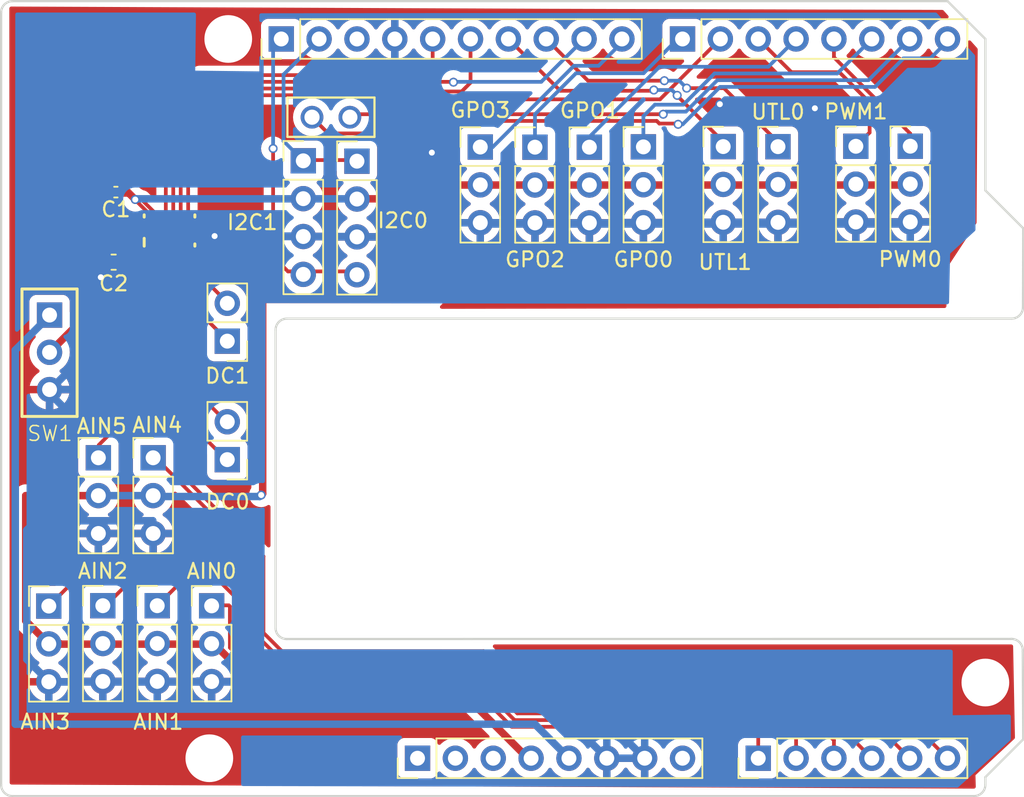
<source format=kicad_pcb>
(kicad_pcb (version 20240108) (generator "pcbnew") (generator_version "8.0")
  (title_block (date "mar. 31 mars 2015"))
  (layers (0 "F.Cu" signal) (31 "B.Cu" signal) (34 "B.Paste" user) (35 "F.Paste" user) (36 "B.SilkS" user "B.Silkscreen") (37 "F.SilkS" user "F.Silkscreen") (38 "B.Mask" user) (39 "F.Mask" user) (44 "Edge.Cuts" user))
  (net 0 "")
  (net 1 "GND")
  (net 3 "+5V")
  (net 4 "/IOREF")
  (net 5 "/A0")
  (net 6 "/A1")
  (net 7 "/A2")
  (net 8 "/A3")
  (net 9 "+3.3V")
  (net 10 "/A4")
  (net 11 "/13")
  (net 12 "/12")
  (net 13 "/AREF")
  (net 14 "/8")
  (net 15 "/7")
  (net 16 "/*10")
  (net 17 "/*9")
  (net 18 "/4")
  (net 19 "/2")
  (net 20 "/*6")
  (net 21 "/*5")
  (net 22 "/A5")
  (net 23 "/*3")
  (net 24 "/DC0_OUT0")
  (net 25 "VCC")
  (net 26 "/~{RESET}")
  (net 27 "/DC0_OUT1")
  (net 28 "/DC1_OUT0")
  (net 29 "/DC1_OUT1")
  (net 30 "/SDA")
  (net 31 "/SCL")
  (net 32 "/11")
  (net 33 "/1")
  (net 34 "/0")
  (net 35 "/DV_VDD")
  (footprint "Connector_PinHeader_2.54mm:PinHeader_1x08_P2.54mm_Vertical" (layer "F.Cu") (at 127.94 97.46 90)
    (property "Reference" "J1" (hide yes))
    (property "Value" "Power" (hide yes))
    (pad "1" thru_hole rect (at 0 0 90) (size 1.7 1.7) (drill 1) (layers "*.Cu" "*.Mask"))
    (pad "2" thru_hole oval (at 0 2.54 90) (size 1.7 1.7) (drill 1) (layers "*.Cu" "*.Mask") (net 4 "/IOREF"))
    (pad "3" thru_hole oval (at 0 5.08 90) (size 1.7 1.7) (drill 1) (layers "*.Cu" "*.Mask") (net 26 "/~{RESET}"))
    (pad "4" thru_hole oval (at 0 7.62 90) (size 1.7 1.7) (drill 1) (layers "*.Cu" "*.Mask") (net 9 "+3.3V"))
    (pad "5" thru_hole oval (at 0 10.16 90) (size 1.7 1.7) (drill 1) (layers "*.Cu" "*.Mask") (net 3 "+5V"))
    (pad "6" thru_hole oval (at 0 12.7 90) (size 1.7 1.7) (drill 1) (layers "*.Cu" "*.Mask") (net 1 "GND"))
    (pad "7" thru_hole oval (at 0 15.24 90) (size 1.7 1.7) (drill 1) (layers "*.Cu" "*.Mask") (net 1 "GND"))
    (pad "8" thru_hole oval (at 0 17.78 90) (size 1.7 1.7) (drill 1) (layers "*.Cu" "*.Mask") (net 25 "VCC"))
  )
  (footprint "Connector_PinHeader_2.54mm:PinHeader_1x06_P2.54mm_Vertical" (layer "F.Cu") (at 150.8 97.46 90)
    (property "Reference" "J3" (hide yes))
    (property "Value" "Analog" (hide yes))
    (pad "1" thru_hole rect (at 0 0 90) (size 1.7 1.7) (drill 1) (layers "*.Cu" "*.Mask") (net 5 "/A0"))
    (pad "2" thru_hole oval (at 0 2.54 90) (size 1.7 1.7) (drill 1) (layers "*.Cu" "*.Mask") (net 6 "/A1"))
    (pad "3" thru_hole oval (at 0 5.08 90) (size 1.7 1.7) (drill 1) (layers "*.Cu" "*.Mask") (net 7 "/A2"))
    (pad "4" thru_hole oval (at 0 7.62 90) (size 1.7 1.7) (drill 1) (layers "*.Cu" "*.Mask") (net 8 "/A3"))
    (pad "5" thru_hole oval (at 0 10.16 90) (size 1.7 1.7) (drill 1) (layers "*.Cu" "*.Mask") (net 10 "/A4"))
    (pad "6" thru_hole oval (at 0 12.7 90) (size 1.7 1.7) (drill 1) (layers "*.Cu" "*.Mask") (net 22 "/A5"))
  )
  (footprint "Connector_PinHeader_2.54mm:PinHeader_1x10_P2.54mm_Vertical" (layer "F.Cu") (at 118.796 49.2 90)
    (property "Reference" "J2" (hide yes))
    (property "Value" "Digital/PWM" (hide yes))
    (pad "1" thru_hole rect (at 0 0 90) (size 1.7 1.7) (drill 1) (layers "*.Cu" "*.Mask") (net 31 "/SCL"))
    (pad "2" thru_hole oval (at 0 2.54 90) (size 1.7 1.7) (drill 1) (layers "*.Cu" "*.Mask") (net 30 "/SDA"))
    (pad "3" thru_hole oval (at 0 5.08 90) (size 1.7 1.7) (drill 1) (layers "*.Cu" "*.Mask") (net 13 "/AREF"))
    (pad "4" thru_hole oval (at 0 7.62 90) (size 1.7 1.7) (drill 1) (layers "*.Cu" "*.Mask") (net 1 "GND"))
    (pad "5" thru_hole oval (at 0 10.16 90) (size 1.7 1.7) (drill 1) (layers "*.Cu" "*.Mask") (net 11 "/13"))
    (pad "6" thru_hole oval (at 0 12.7 90) (size 1.7 1.7) (drill 1) (layers "*.Cu" "*.Mask") (net 12 "/12"))
    (pad "7" thru_hole oval (at 0 15.24 90) (size 1.7 1.7) (drill 1) (layers "*.Cu" "*.Mask") (net 32 "/11"))
    (pad "8" thru_hole oval (at 0 17.78 90) (size 1.7 1.7) (drill 1) (layers "*.Cu" "*.Mask") (net 16 "/*10"))
    (pad "9" thru_hole oval (at 0 20.32 90) (size 1.7 1.7) (drill 1) (layers "*.Cu" "*.Mask") (net 17 "/*9"))
    (pad "10" thru_hole oval (at 0 22.86 90) (size 1.7 1.7) (drill 1) (layers "*.Cu" "*.Mask") (net 14 "/8"))
  )
  (footprint "Connector_PinHeader_2.54mm:PinHeader_1x08_P2.54mm_Vertical" (layer "F.Cu") (at 145.72 49.2 90)
    (property "Reference" "J4" (hide yes))
    (property "Value" "Digital/PWM" (hide yes))
    (pad "1" thru_hole rect (at 0 0 90) (size 1.7 1.7) (drill 1) (layers "*.Cu" "*.Mask") (net 15 "/7"))
    (pad "2" thru_hole oval (at 0 2.54 90) (size 1.7 1.7) (drill 1) (layers "*.Cu" "*.Mask") (net 20 "/*6"))
    (pad "3" thru_hole oval (at 0 5.08 90) (size 1.7 1.7) (drill 1) (layers "*.Cu" "*.Mask") (net 21 "/*5"))
    (pad "4" thru_hole oval (at 0 7.62 90) (size 1.7 1.7) (drill 1) (layers "*.Cu" "*.Mask") (net 18 "/4"))
    (pad "5" thru_hole oval (at 0 10.16 90) (size 1.7 1.7) (drill 1) (layers "*.Cu" "*.Mask") (net 23 "/*3"))
    (pad "6" thru_hole oval (at 0 12.7 90) (size 1.7 1.7) (drill 1) (layers "*.Cu" "*.Mask") (net 19 "/2"))
    (pad "7" thru_hole oval (at 0 15.24 90) (size 1.7 1.7) (drill 1) (layers "*.Cu" "*.Mask") (net 33 "/1"))
    (pad "8" thru_hole oval (at 0 17.78 90) (size 1.7 1.7) (drill 1) (layers "*.Cu" "*.Mask") (net 34 "/0"))
  )
  (footprint "Connector_PinHeader_2.54mm:PinHeader_1x02_P2.54mm_Vertical" (layer "F.Cu") (at 115.175 77.425 180)
    (property "Reference" "DC0" (at -0.025 -2.825 0) (layer "F.SilkS"))
    (property "Value" "Conn_01x02" (hide yes))
    (pad "1" thru_hole rect (at 0 0 180) (size 1.7 1.7) (drill 1) (layers "*.Cu" "*.Mask") (net 24 "/DC0_OUT0"))
    (pad "2" thru_hole oval (at 0 2.54 180) (size 1.7 1.7) (drill 1) (layers "*.Cu" "*.Mask") (net 27 "/DC0_OUT1"))
  )
  (footprint "Connector_PinHeader_2.54mm:PinHeader_1x03_P2.54mm_Vertical" (layer "F.Cu") (at 157.35 56.4)
    (property "Reference" "PWM1" (at 0 -2.33 0) (layer "F.SilkS"))
    (property "Value" "Conn_01x03" (hide yes))
    (pad "1" thru_hole rect (at 0 0) (size 1.7 1.7) (drill 1) (layers "*.Cu" "*.Mask") (net 21 "/*5"))
    (pad "2" thru_hole oval (at 0 2.54) (size 1.7 1.7) (drill 1) (layers "*.Cu" "*.Mask") (net 9 "+3.3V"))
    (pad "3" thru_hole oval (at 0 5.08) (size 1.7 1.7) (drill 1) (layers "*.Cu" "*.Mask") (net 1 "GND"))
  )
  (footprint "Connector_PinHeader_2.54mm:PinHeader_1x03_P2.54mm_Vertical" (layer "F.Cu") (at 161 56.395)
    (property "Reference" "PWM0" (at 0 7.58 0) (layer "F.SilkS"))
    (property "Value" "Conn_01x03" (hide yes))
    (pad "1" thru_hole rect (at 0 0) (size 1.7 1.7) (drill 1) (layers "*.Cu" "*.Mask") (net 23 "/*3"))
    (pad "2" thru_hole oval (at 0 2.54) (size 1.7 1.7) (drill 1) (layers "*.Cu" "*.Mask") (net 9 "+3.3V"))
    (pad "3" thru_hole oval (at 0 5.08) (size 1.7 1.7) (drill 1) (layers "*.Cu" "*.Mask") (net 1 "GND"))
  )
  (footprint "Connector_PinHeader_2.54mm:PinHeader_1x03_P2.54mm_Vertical" (layer "F.Cu") (at 103.2 87.25)
    (property "Reference" "AIN3" (at -0.23 7.76 0) (layer "F.SilkS"))
    (property "Value" "Conn_01x03" (hide yes))
    (pad "1" thru_hole rect (at 0 0) (size 1.7 1.7) (drill 1) (layers "*.Cu" "*.Mask") (net 8 "/A3"))
    (pad "2" thru_hole oval (at 0 2.54) (size 1.7 1.7) (drill 1) (layers "*.Cu" "*.Mask") (net 9 "+3.3V"))
    (pad "3" thru_hole oval (at 0 5.08) (size 1.7 1.7) (drill 1) (layers "*.Cu" "*.Mask") (net 1 "GND"))
  )
  (footprint "Connector_PinHeader_2.54mm:PinHeader_1x03_P2.54mm_Vertical" (layer "F.Cu") (at 135.82 56.46)
    (property "Reference" "GPO2" (at 0 7.54 0) (layer "F.SilkS"))
    (property "Value" "Conn_01x03" (hide yes))
    (pad "1" thru_hole rect (at 0 0) (size 1.7 1.7) (drill 1) (layers "*.Cu" "*.Mask") (net 15 "/7"))
    (pad "2" thru_hole oval (at 0 2.54) (size 1.7 1.7) (drill 1) (layers "*.Cu" "*.Mask") (net 9 "+3.3V"))
    (pad "3" thru_hole oval (at 0 5.08) (size 1.7 1.7) (drill 1) (layers "*.Cu" "*.Mask") (net 1 "GND"))
  )
  (footprint "Connector_PinHeader_2.54mm:PinHeader_1x03_P2.54mm_Vertical" (layer "F.Cu") (at 114.125 87.235)
    (property "Reference" "AIN0" (at 0 -2.33 0) (layer "F.SilkS"))
    (property "Value" "Conn_01x03" (hide yes))
    (pad "1" thru_hole rect (at 0 0) (size 1.7 1.7) (drill 1) (layers "*.Cu" "*.Mask") (net 5 "/A0"))
    (pad "2" thru_hole oval (at 0 2.54) (size 1.7 1.7) (drill 1) (layers "*.Cu" "*.Mask") (net 9 "+3.3V"))
    (pad "3" thru_hole oval (at 0 5.08) (size 1.7 1.7) (drill 1) (layers "*.Cu" "*.Mask") (net 1 "GND"))
  )
  (footprint "Connector_PinHeader_2.54mm:PinHeader_1x03_P2.54mm_Vertical" (layer "F.Cu") (at 143.095 56.44)
    (property "Reference" "GPO0" (at 0 7.56 0) (layer "F.SilkS"))
    (property "Value" "Conn_01x03" (hide yes))
    (pad "1" thru_hole rect (at 0 0) (size 1.7 1.7) (drill 1) (layers "*.Cu" "*.Mask") (net 19 "/2"))
    (pad "2" thru_hole oval (at 0 2.54) (size 1.7 1.7) (drill 1) (layers "*.Cu" "*.Mask") (net 9 "+3.3V"))
    (pad "3" thru_hole oval (at 0 5.08) (size 1.7 1.7) (drill 1) (layers "*.Cu" "*.Mask") (net 1 "GND"))
  )
  (footprint "Connector_PinHeader_2.54mm:PinHeader_1x03_P2.54mm_Vertical" (layer "F.Cu") (at 148.45 56.42)
    (property "Reference" "UTL1" (at 0.125 7.755 0) (layer "F.SilkS"))
    (property "Value" "Conn_01x03" (hide yes))
    (pad "1" thru_hole rect (at 0 0) (size 1.7 1.7) (drill 1) (layers "*.Cu" "*.Mask") (net 32 "/11"))
    (pad "2" thru_hole oval (at 0 2.54) (size 1.7 1.7) (drill 1) (layers "*.Cu" "*.Mask") (net 9 "+3.3V"))
    (pad "3" thru_hole oval (at 0 5.08) (size 1.7 1.7) (drill 1) (layers "*.Cu" "*.Mask") (net 1 "GND"))
  )
  (footprint "Connector_PinHeader_2.54mm:PinHeader_1x03_P2.54mm_Vertical" (layer "F.Cu") (at 106.525 77.3)
    (property "Reference" "AIN5" (at 0.225 -2.125 0) (layer "F.SilkS"))
    (property "Value" "Conn_01x03" (hide yes))
    (pad "1" thru_hole rect (at 0 0) (size 1.7 1.7) (drill 1) (layers "*.Cu" "*.Mask") (net 22 "/A5"))
    (pad "2" thru_hole oval (at 0 2.54) (size 1.7 1.7) (drill 1) (layers "*.Cu" "*.Mask") (net 9 "+3.3V"))
    (pad "3" thru_hole oval (at 0 5.08) (size 1.7 1.7) (drill 1) (layers "*.Cu" "*.Mask") (net 1 "GND"))
  )
  (footprint "Arduino_MountingHole:MountingHole_3.2mm" (layer "F.Cu") (at 115.24 49.2)
    (property "Reference" "MH1" (hide yes))
    (property "Value" "MountingHole_3.2mm" (hide yes))
    (pad "" np_thru_hole circle (at 0 0) (size 3.2 3.2) (drill 3.2) (layers "*.Cu" "*.Mask"))
  )
  (footprint "Connector:AKIZUKI-SS-12D00G3" (layer "F.Cu") (at 103.15 61.375)
    (property "Reference" "SW1" (at 0.125 14.3 0) (layer "F.SilkS") (effects (font (thickness 0.1))))
    (property "Value" "SW_DPDT" (hide yes))
    (pad "1" thru_hole rect (at 0.1 6.35) (size 1.7 1.7) (drill 1) (layers "*.Cu" "*.Mask") (net 3 "+5V"))
    (pad "2" thru_hole oval (at 0.1 8.85) (size 1.7 1.7) (drill 1) (layers "*.Cu" "*.Mask") (net 35 "/DV_VDD"))
    (pad "3" thru_hole oval (at 0.1 11.35) (size 1.7 1.7) (drill 1) (layers "*.Cu" "*.Mask") (net 1 "GND"))
  )
  (footprint "Connector:CONN_RS1-02-G_ADM" (layer "F.Cu") (at 120.86 54.45)
    (property "Reference" "J5" (hide yes))
    (property "Value" "RS1-02-G" (hide yes))
    (pad "1" thru_hole circle (at 0 0) (size 1.524 1.524) (drill 1.016) (layers "*.Cu" "*.Mask") (net 34 "/0"))
    (pad "2" thru_hole circle (at 2.54 0) (size 1.524 1.524) (drill 1.016) (layers "*.Cu" "*.Mask") (net 33 "/1"))
  )
  (footprint "Connector_PinHeader_2.54mm:PinHeader_1x03_P2.54mm_Vertical" (layer "F.Cu") (at 110.2 77.3)
    (property "Reference" "AIN4" (at 0.275 -2.2 0) (layer "F.SilkS"))
    (property "Value" "Conn_01x03" (hide yes))
    (pad "1" thru_hole rect (at 0 0) (size 1.7 1.7) (drill 1) (layers "*.Cu" "*.Mask") (net 10 "/A4"))
    (pad "2" thru_hole oval (at 0 2.54) (size 1.7 1.7) (drill 1) (layers "*.Cu" "*.Mask") (net 9 "+3.3V"))
    (pad "3" thru_hole oval (at 0 5.08) (size 1.7 1.7) (drill 1) (layers "*.Cu" "*.Mask") (net 1 "GND"))
  )
  (footprint "Connector_PinHeader_2.54mm:PinHeader_1x04_P2.54mm_Vertical" (layer "F.Cu") (at 123.875 57.4)
    (property "Reference" "I2C0" (at 3.075 3.975 0) (layer "F.SilkS"))
    (property "Value" "Conn_01x04" (hide yes))
    (pad "1" thru_hole rect (at 0 0) (size 1.7 1.7) (drill 1) (layers "*.Cu" "*.Mask") (net 30 "/SDA"))
    (pad "2" thru_hole oval (at 0 2.54) (size 1.7 1.7) (drill 1) (layers "*.Cu" "*.Mask") (net 9 "+3.3V"))
    (pad "3" thru_hole oval (at 0 5.08) (size 1.7 1.7) (drill 1) (layers "*.Cu" "*.Mask") (net 1 "GND"))
    (pad "4" thru_hole oval (at 0 7.62) (size 1.7 1.7) (drill 1) (layers "*.Cu" "*.Mask") (net 31 "/SCL"))
  )
  (footprint "Connector_PinHeader_2.54mm:PinHeader_1x02_P2.54mm_Vertical" (layer "F.Cu") (at 115.175 69.475 180)
    (property "Reference" "DC1" (at 0 -2.33 0) (layer "F.SilkS"))
    (property "Value" "Conn_01x02" (hide yes))
    (pad "1" thru_hole rect (at 0 0 180) (size 1.7 1.7) (drill 1) (layers "*.Cu" "*.Mask") (net 28 "/DC1_OUT0"))
    (pad "2" thru_hole oval (at 0 2.54 180) (size 1.7 1.7) (drill 1) (layers "*.Cu" "*.Mask") (net 29 "/DC1_OUT1"))
  )
  (footprint "Connector_PinHeader_2.54mm:PinHeader_1x03_P2.54mm_Vertical" (layer "F.Cu") (at 106.825 87.225)
    (property "Reference" "AIN2" (at 0 -2.33 0) (layer "F.SilkS"))
    (property "Value" "Conn_01x03" (hide yes))
    (pad "1" thru_hole rect (at 0 0) (size 1.7 1.7) (drill 1) (layers "*.Cu" "*.Mask") (net 7 "/A2"))
    (pad "2" thru_hole oval (at 0 2.54) (size 1.7 1.7) (drill 1) (layers "*.Cu" "*.Mask") (net 9 "+3.3V"))
    (pad "3" thru_hole oval (at 0 5.08) (size 1.7 1.7) (drill 1) (layers "*.Cu" "*.Mask") (net 1 "GND"))
  )
  (footprint "Connector_PinHeader_2.54mm:PinHeader_1x03_P2.54mm_Vertical" (layer "F.Cu") (at 139.47 56.46)
    (property "Reference" "GPO1" (at 0.03 -2.46 0) (layer "F.SilkS"))
    (property "Value" "Conn_01x03" (hide yes))
    (pad "1" thru_hole rect (at 0 0) (size 1.7 1.7) (drill 1) (layers "*.Cu" "*.Mask") (net 18 "/4"))
    (pad "2" thru_hole oval (at 0 2.54) (size 1.7 1.7) (drill 1) (layers "*.Cu" "*.Mask") (net 9 "+3.3V"))
    (pad "3" thru_hole oval (at 0 5.08) (size 1.7 1.7) (drill 1) (layers "*.Cu" "*.Mask") (net 1 "GND"))
  )
  (footprint "Connector_PinHeader_2.54mm:PinHeader_1x04_P2.54mm_Vertical" (layer "F.Cu") (at 120.275 57.375)
    (property "Reference" "I2C1" (at -3.425 4.125 0) (layer "F.SilkS"))
    (property "Value" "Conn_01x04" (hide yes))
    (pad "1" thru_hole rect (at 0 0) (size 1.7 1.7) (drill 1) (layers "*.Cu" "*.Mask") (net 30 "/SDA"))
    (pad "2" thru_hole oval (at 0 2.54) (size 1.7 1.7) (drill 1) (layers "*.Cu" "*.Mask") (net 9 "+3.3V"))
    (pad "3" thru_hole oval (at 0 5.08) (size 1.7 1.7) (drill 1) (layers "*.Cu" "*.Mask") (net 1 "GND"))
    (pad "4" thru_hole oval (at 0 7.62) (size 1.7 1.7) (drill 1) (layers "*.Cu" "*.Mask") (net 31 "/SCL"))
  )
  (footprint "Motors:DSS0012A" (layer "F.Cu") (at 111.3 62.049999 90)
    (property "Reference" "U1" (hide yes))
    (property "Value" "DRV8835DSSR" (hide yes))
    (pad "1" smd rect (at -0.950001 -1.25 180) (size 0.249999 0.499999) (layers "F.Cu" "F.Paste" "F.Mask") (net 35 "/DV_VDD"))
    (pad "2" smd rect (at -0.950001 -0.749998 180) (size 0.249999 0.499999) (layers "F.Cu" "F.Paste" "F.Mask") (net 24 "/DC0_OUT0"))
    (pad "3" smd rect (at -0.950001 -0.25 180) (size 0.249999 0.499999) (layers "F.Cu" "F.Paste" "F.Mask") (net 27 "/DC0_OUT1"))
    (pad "4" smd rect (at -0.950001 0.25 180) (size 0.249999 0.499999) (layers "F.Cu" "F.Paste" "F.Mask") (net 28 "/DC1_OUT0"))
    (pad "5" smd rect (at -0.950001 0.750001 180) (size 0.249999 0.499999) (layers "F.Cu" "F.Paste" "F.Mask") (net 29 "/DC1_OUT1"))
    (pad "6" smd rect (at -0.950001 1.25 180) (size 0.249999 0.499999) (layers "F.Cu" "F.Paste" "F.Mask") (net 1 "GND"))
    (pad "7" smd rect (at 0.949998 1.25 180) (size 0.249999 0.499999) (layers "F.Cu" "F.Paste" "F.Mask") (net 20 "/*6"))
    (pad "8" smd rect (at 0.949998 0.750001 180) (size 0.249999 0.499999) (layers "F.Cu" "F.Paste" "F.Mask") (net 12 "/12"))
    (pad "9" smd rect (at 0.949998 0.25 180) (size 0.249999 0.499999) (layers "F.Cu" "F.Paste" "F.Mask") (net 17 "/*9"))
    (pad "10" smd rect (at 0.949998 -0.25 180) (size 0.249999 0.499999) (layers "F.Cu" "F.Paste" "F.Mask") (net 11 "/13"))
    (pad "11" smd rect (at 0.949998 -0.749998 180) (size 0.249999 0.499999) (layers "F.Cu" "F.Paste" "F.Mask") (net 9 "+3.3V"))
    (pad "12" smd rect (at 0.949998 -1.25 180) (size 0.249999 0.499999) (layers "F.Cu" "F.Paste" "F.Mask") (net 9 "+3.3V"))
    (pad "13" smd rect (at 0 0 90) (size 0.900001 2.000001) (layers "F.Cu" "F.Paste" "F.Mask") (net 1 "GND"))
  )
  (footprint "Connector_PinHeader_2.54mm:PinHeader_1x03_P2.54mm_Vertical" (layer "F.Cu") (at 132.15 56.45)
    (property "Reference" "GPO3" (at 0 -2.475 0) (layer "F.SilkS"))
    (property "Value" "Conn_01x03" (hide yes))
    (pad "1" thru_hole rect (at 0 0) (size 1.7 1.7) (drill 1) (layers "*.Cu" "*.Mask") (net 14 "/8"))
    (pad "2" thru_hole oval (at 0 2.54) (size 1.7 1.7) (drill 1) (layers "*.Cu" "*.Mask") (net 9 "+3.3V"))
    (pad "3" thru_hole oval (at 0 5.08) (size 1.7 1.7) (drill 1) (layers "*.Cu" "*.Mask") (net 1 "GND"))
  )
  (footprint "Connector_PinHeader_2.54mm:PinHeader_1x03_P2.54mm_Vertical" (layer "F.Cu") (at 110.475 87.225)
    (property "Reference" "AIN1" (at 0.075 7.805 0) (layer "F.SilkS"))
    (property "Value" "Conn_01x03" (hide yes))
    (pad "1" thru_hole rect (at 0 0) (size 1.7 1.7) (drill 1) (layers "*.Cu" "*.Mask") (net 6 "/A1"))
    (pad "2" thru_hole oval (at 0 2.54) (size 1.7 1.7) (drill 1) (layers "*.Cu" "*.Mask") (net 9 "+3.3V"))
    (pad "3" thru_hole oval (at 0 5.08) (size 1.7 1.7) (drill 1) (layers "*.Cu" "*.Mask") (net 1 "GND"))
  )
  (footprint "Capacitor_SMD:C_0402_1005Metric_Pad0.74x0.62mm_HandSolder" (layer "F.Cu") (at 107.7 59.475 180)
    (property "Reference" "C1" (at 0 -1.16 0) (layer "F.SilkS"))
    (property "Value" "0.1u")
    (pad "1" smd roundrect (at -0.5675 0 180) (size 0.735 0.62) (layers "F.Cu" "F.Paste" "F.Mask") (net 9 "+3.3V"))
    (pad "2" smd roundrect (at 0.5675 0 180) (size 0.735 0.62) (layers "F.Cu" "F.Paste" "F.Mask") (net 1 "GND"))
  )
  (footprint "Connector_PinHeader_2.54mm:PinHeader_1x03_P2.54mm_Vertical" (layer "F.Cu") (at 152.125 56.425)
    (property "Reference" "UTL0" (at 0 -2.33 0) (layer "F.SilkS"))
    (property "Value" "Conn_01x03" (hide yes))
    (pad "1" thru_hole rect (at 0 0) (size 1.7 1.7) (drill 1) (layers "*.Cu" "*.Mask") (net 16 "/*10"))
    (pad "2" thru_hole oval (at 0 2.54) (size 1.7 1.7) (drill 1) (layers "*.Cu" "*.Mask") (net 9 "+3.3V"))
    (pad "3" thru_hole oval (at 0 5.08) (size 1.7 1.7) (drill 1) (layers "*.Cu" "*.Mask") (net 1 "GND"))
  )
  (footprint "Arduino_MountingHole:MountingHole_3.2mm" (layer "F.Cu") (at 113.97 97.46)
    (property "Reference" "MH2" (hide yes))
    (property "Value" "MountingHole_3.2mm" (hide yes))
    (pad "" np_thru_hole circle (at 0 0) (size 3.2 3.2) (drill 3.2) (layers "*.Cu" "*.Mask"))
  )
  (footprint "Capacitor_SMD:C_0603_1608Metric_Pad1.08x0.95mm_HandSolder" (layer "F.Cu") (at 107.55 64.175 180)
    (property "Reference" "C2" (at 0 -1.43 0) (layer "F.SilkS"))
    (property "Value" "10u")
    (pad "1" smd roundrect (at -0.8625 0 180) (size 1.075 0.95) (layers "F.Cu" "F.Paste" "F.Mask") (net 35 "/DV_VDD"))
    (pad "2" smd roundrect (at 0.8625 0 180) (size 1.075 0.95) (layers "F.Cu" "F.Paste" "F.Mask") (net 1 "GND"))
  )
  (footprint "Arduino_MountingHole:MountingHole_3.2mm" (layer "F.Cu") (at 166.04 64.44)
    (property "Reference" "MH3" (hide yes))
    (property "Value" "MountingHole_3.2mm" (hide yes))
    (pad "" np_thru_hole circle (at 0 0) (size 3.2 3.2) (drill 3.2) (layers "*.Cu" "*.Mask"))
  )
  (footprint "Arduino_MountingHole:MountingHole_3.2mm" (layer "F.Cu") (at 166.04 92.38)
    (property "Reference" "MH4" (hide yes))
    (property "Value" "MountingHole_3.2mm" (hide yes))
    (pad "" np_thru_hole circle (at 0 0) (size 3.2 3.2) (drill 3.2) (layers "*.Cu" "*.Mask"))
  )
  (gr_arc (start 168.563734 67.200002) (mid 168.340549 67.738817) (end 167.801734 67.962002) (stroke (width 0.15)) (layer "Edge.Cuts"))
  (gr_line (start 166.04 59.36) (end 168.58 61.9) (stroke (width 0.15)) (layer "Edge.Cuts"))
  (gr_line (start 100 99.238) (end 100 47.425) (stroke (width 0.15)) (layer "Edge.Cuts"))
  (gr_line (start 119.176732 67.963) (end 167.801734 67.962002) (stroke (width 0.15)) (layer "Edge.Cuts"))
  (gr_arc (start 118.414732 68.725) (mid 118.637917 68.186185) (end 119.176732 67.963) (stroke (width 0.15)) (layer "Edge.Cuts"))
  (gr_line (start 118.414732 68.725) (end 118.414732 88.750002) (stroke (width 0.15)) (layer "Edge.Cuts"))
  (gr_line (start 168.55 90.275) (end 168.58 96.19) (stroke (width 0.15)) (layer "Edge.Cuts"))
  (gr_line (start 119.174537 89.461076) (end 167.776734 89.455821) (stroke (width 0.15)) (layer "Edge.Cuts"))
  (gr_line (start 165.278 100) (end 100.762 100) (stroke (width 0.15)) (layer "Edge.Cuts"))
  (gr_line (start 100.762 46.66) (end 163.5 46.66) (stroke (width 0.15)) (layer "Edge.Cuts"))
  (gr_line (start 168.58 61.9) (end 168.563734 67.200002) (stroke (width 0.15)) (layer "Edge.Cuts"))
  (gr_arc (start 100.762 100) (mid 100.223185 99.776815) (end 100 99.238) (stroke (width 0.15)) (layer "Edge.Cuts"))
  (gr_arc (start 119.174537 89.461076) (mid 118.647618 89.262631) (end 118.414732 88.750002) (stroke (width 0.15)) (layer "Edge.Cuts"))
  (gr_line (start 168.58 96.19) (end 166.04 98.73) (stroke (width 0.15)) (layer "Edge.Cuts"))
  (gr_line (start 163.5 46.66) (end 166.04 49.2) (stroke (width 0.15)) (layer "Edge.Cuts"))
  (gr_arc (start 166.04 99.238) (mid 165.816815 99.776815) (end 165.278 100) (stroke (width 0.15)) (layer "Edge.Cuts"))
  (gr_arc (start 167.776702 89.453661) (mid 168.344329 89.693938) (end 168.55 90.275) (stroke (width 0.15)) (layer "Edge.Cuts"))
  (gr_line (start 166.04 49.2) (end 166.04 59.36) (stroke (width 0.15)) (layer "Edge.Cuts"))
  (gr_line (start 166.04 98.73) (end 166.04 99.238) (stroke (width 0.15)) (layer "Edge.Cuts"))
  (gr_arc (start 100 47.425) (mid 100.223185 46.886185) (end 100.762 46.663) (stroke (width 0.15)) (layer "Edge.Cuts"))
  (segment (start 112.55 63) (end 112.55 62.475001) (width 0.25) (layer "F.Cu") (net 1))
  (segment (start 112.55 62.475001) (end 112.124998 62.049999) (width 0.25) (layer "F.Cu") (net 1))
  (segment (start 112.55 63) (end 113.75 63) (width 0.25) (layer "F.Cu") (net 1))
  (segment (start 113.75 63) (end 114.325 62.425) (width 0.25) (layer "F.Cu") (net 1))
  (segment (start 106.6875 65.1875) (end 106.6875 64.175) (width 0.5) (layer "F.Cu") (net 1))
  (segment (start 107.1325 59.475) (end 106.925 59.6825) (width 0.5) (layer "F.Cu") (net 1))
  (segment (start 106.925 59.6825) (end 106.925 63.9375) (width 0.5) (layer "F.Cu") (net 1))
  (segment (start 112.124998 62.049999) (end 111.3 62.049999) (width 0.25) (layer "F.Cu") (net 1))
  (via (at 106.6875 65.1875) (size 0.6) (drill 0.4) (layers "F.Cu" "B.Cu") (net 1))
  (via (at 128.9 56.825) (size 0.6) (drill 0.4) (layers "F.Cu" "B.Cu") (net 1))
  (via (at 148.225 53.575) (size 0.6) (drill 0.4) (layers "F.Cu" "B.Cu") (net 1))
  (via (at 114.325 62.425) (size 0.6) (drill 0.4) (layers "F.Cu" "B.Cu") (net 1))
  (via (at 154.6 53.85) (size 0.6) (drill 0.4) (layers "F.Cu" "B.Cu") (net 1))
  (segment (start 105.425 65.225) (end 105.35 65.3) (width 0.5) (layer "B.Cu") (net 1))
  (segment (start 103.955 92.32) (end 103.93 92.295) (width 0.25) (layer "B.Cu") (net 1))
  (segment (start 120.245 62.425) (end 114.325 62.425) (width 0.5) (layer "B.Cu") (net 1))
  (segment (start 126.416 61.53) (end 132.15 61.53) (width 0.5) (layer "B.Cu") (net 1))
  (segment (start 105.35 70.675) (end 103.15 72.875) (width 0.5) (layer "B.Cu") (net 1))
  (segment (start 126.416 61.284) (end 126.416 49.2) (width 0.5) (layer "B.Cu") (net 1))
  (segment (start 140.64 97.46) (end 138.07 94.89) (width 0.5) (layer "B.Cu") (net 1))
  (segment (start 123.875 62.48) (end 125.22 62.48) (width 0.5) (layer "B.Cu") (net 1))
  (segment (start 101.725 90.83) (end 101.725 82.15) (width 0.5) (layer "B.Cu") (net 1))
  (segment (start 111.525 65.225) (end 105.425 65.225) (width 0.5) (layer "B.Cu") (net 1))
  (segment (start 143.18 97.46) (end 138.07 92.35) (width 0.5) (layer "B.Cu") (net 1))
  (segment (start 138.065 92.345) (end 114.155 92.345) (width 0.5) (layer "B.Cu") (net 1))
  (segment (start 114.125 92.315) (end 114.095 92.345) (width 0.5) (layer "B.Cu") (net 1))
  (segment (start 103.19 92.295) (end 101.725 90.83) (width 0.5) (layer "B.Cu") (net 1))
  (segment (start 103.15 72.875) (end 104.35 74.075) (width 0.5) (layer "B.Cu") (net 1))
  (segment (start 120.275 62.455) (end 120.245 62.425) (width 0.5) (layer "B.Cu") (net 1))
  (segment (start 103.93 92.295) (end 103.19 92.295) (width 0.5) (layer "B.Cu") (net 1))
  (segment (start 101.725 82.15) (end 102.35 81.525) (width 0.5) (layer "B.Cu") (net 1))
  (segment (start 138.07 94.89) (end 138.07 92.35) (width 0.5) (layer "B.Cu") (net 1))
  (segment (start 106.6875 65.1875) (end 106.65 65.225) (width 0.5) (layer "B.Cu") (net 1))
  (segment (start 132.15 61.53) (end 132.235 61.615) (width 0.5) (layer "B.Cu") (net 1))
  (segment (start 132.235 61.615) (end 160.86 61.615) (width 0.5) (layer "B.Cu") (net 1))
  (segment (start 102.35 81.525) (end 110.17 81.525) (width 0.5) (layer "B.Cu") (net 1))
  (segment (start 110.17 81.525) (end 110.175 81.52) (width 0.5) (layer "B.Cu") (net 1))
  (segment (start 160.86 61.615) (end 161 61.475) (width 0.5) (layer "B.Cu") (net 1))
  (segment (start 123.85 62.455) (end 123.875 62.48) (width 0.5) (layer "B.Cu") (net 1))
  (segment (start 138.07 92.35) (end 138.065 92.345) (width 0.5) (layer "B.Cu") (net 1))
  (segment (start 104.35 74.075) (end 104.35 81.52) (width 0.5) (layer "B.Cu") (net 1))
  (segment (start 114.325 62.425) (end 111.525 65.225) (width 0.5) (layer "B.Cu") (net 1))
  (segment (start 106.6875 65.1875) (end 106.575 65.3) (width 0.5) (layer "B.Cu") (net 1))
  (segment (start 114.095 92.345) (end 103.755 92.345) (width 0.5) (layer "B.Cu") (net 1))
  (segment (start 113.175 92.28) (end 114.09 92.28) (width 0.5) (layer "B.Cu") (net 1))
  (segment (start 125.22 62.48) (end 126.416 61.284) (width 0.5) (layer "B.Cu") (net 1))
  (segment (start 120.275 62.455) (end 123.85 62.455) (width 0.5) (layer "B.Cu") (net 1))
  (segment (start 114.09 92.28) (end 114.125 92.315) (width 0.5) (layer "B.Cu") (net 1))
  (segment (start 105.35 65.3) (end 105.35 70.675) (width 0.5) (layer "B.Cu") (net 1))
  (segment (start 103.25 67.725) (end 103.3 67.775) (width 0.5) (layer "F.Cu") (net 3))
  (segment (start 100.95 95.175) (end 100.95 70.075) (width 0.5) (layer "B.Cu") (net 3))
  (segment (start 135.815 95.175) (end 100.95 95.175) (width 0.5) (layer "B.Cu") (net 3))
  (segment (start 138.1 97.46) (end 135.815 95.175) (width 0.5) (layer "B.Cu") (net 3))
  (segment (start 100.95 70.075) (end 103.15 67.875) (width 0.5) (layer "B.Cu") (net 3))
  (segment (start 115.35 90.036396) (end 115.35 87.275) (width 0.25) (layer "F.Cu") (net 5))
  (segment (start 131.342982 92.65) (end 117.963604 92.65) (width 0.25) (layer "F.Cu") (net 5))
  (segment (start 115.35 87.275) (end 115.275 87.2) (width 0.25) (layer "F.Cu") (net 5))
  (segment (start 150.8 95.35) (end 150.8 97.46) (width 0.25) (layer "F.Cu") (net 5))
  (segment (start 131.15 92.65) (end 131.563172 92.65) (width 0.25) (layer "F.Cu") (net 5))
  (segment (start 117.963604 92.65) (end 115.35 90.036396) (width 0.25) (layer "F.Cu") (net 5))
  (segment (start 115.275 87.2) (end 113.75 87.2) (width 0.25) (layer "F.Cu") (net 5))
  (segment (start 131.563172 92.65) (end 134.263172 95.35) (width 0.25) (layer "F.Cu") (net 5))
  (segment (start 134.263172 95.35) (end 150.8 95.35) (width 0.25) (layer "F.Cu") (net 5))
  (segment (start 118.15 92.2) (end 131.749568 92.2) (width 0.25) (layer "F.Cu") (net 6))
  (segment (start 110.475 87.225) (end 111.975 85.725) (width 0.25) (layer "F.Cu") (net 6))
  (segment (start 115.8 89.85) (end 118.15 92.2) (width 0.25) (layer "F.Cu") (net 6))
  (segment (start 153.19 94.9) (end 153.34 95.05) (width 0.25) (layer "F.Cu") (net 6))
  (segment (start 111.975 85.725) (end 114.795406 85.725) (width 0.25) (layer "F.Cu") (net 6))
  (segment (start 134.449568 94.9) (end 153.19 94.9) (width 0.25) (layer "F.Cu") (net 6))
  (segment (start 153.34 95.05) (end 153.34 97.46) (width 0.25) (layer "F.Cu") (net 6))
  (segment (start 131.749568 92.2) (end 134.449568 94.9) (width 0.25) (layer "F.Cu") (net 6))
  (segment (start 114.795406 85.725) (end 115.8 86.729594) (width 0.25) (layer "F.Cu") (net 6))
  (segment (start 115.8 86.729594) (end 115.8 89.85) (width 0.25) (layer "F.Cu") (net 6))
  (segment (start 118.347792 91.7) (end 131.513604 91.7) (width 0.25) (layer "F.Cu") (net 7))
  (segment (start 155.88 96.257919) (end 155.88 97.46) (width 0.25) (layer "F.Cu") (net 7))
  (segment (start 114.981802 85.275) (end 116.25 86.543198) (width 0.25) (layer "F.Cu") (net 7))
  (segment (start 131.513604 91.7) (end 131.885964 91.7) (width 0.25) (layer "F.Cu") (net 7))
  (segment (start 134.635964 94.45) (end 154.072081 94.45) (width 0.25) (layer "F.Cu") (net 7))
  (segment (start 131.885964 91.7) (end 134.635964 94.45) (width 0.25) (layer "F.Cu") (net 7))
  (segment (start 116.25 86.543198) (end 116.25 89.579594) (width 0.25) (layer "F.Cu") (net 7))
  (segment (start 106.985 87.25) (end 108.96 85.275) (width 0.25) (layer "F.Cu") (net 7))
  (segment (start 116.323896 89.676104) (end 118.347792 91.7) (width 0.25) (layer "F.Cu") (net 7))
  (segment (start 108.96 85.275) (end 114.981802 85.275) (width 0.25) (layer "F.Cu") (net 7))
  (segment (start 154.072081 94.45) (end 155.88 96.257919) (width 0.25) (layer "F.Cu") (net 7))
  (segment (start 103.2 87.25) (end 105.625 84.825) (width 0.25) (layer "F.Cu") (net 8))
  (segment (start 115.168198 84.825) (end 116.7 86.356802) (width 0.25) (layer "F.Cu") (net 8))
  (segment (start 103.73 87.24) (end 103.72 87.25) (width 0.25) (layer "F.Cu") (net 8))
  (segment (start 103.72 87.25) (end 103.2 87.25) (width 0.25) (layer "F.Cu") (net 8))
  (segment (start 118.534188 91.25) (end 131.85217 91.25) (width 0.25) (layer "F.Cu") (net 8))
  (segment (start 116.7 86.356802) (end 116.7 89.393198) (width 0.25) (layer "F.Cu") (net 8))
  (segment (start 105.625 84.825) (end 115.168198 84.825) (width 0.25) (layer "F.Cu") (net 8))
  (segment (start 116.773896 89.489708) (end 118.534188 91.25) (width 0.25) (layer "F.Cu") (net 8))
  (segment (start 134.82236 94) (end 154.96 94) (width 0.25) (layer "F.Cu") (net 8))
  (segment (start 131.85217 91.25) (end 132.07236 91.25) (width 0.25) (layer "F.Cu") (net 8))
  (segment (start 132.07236 91.25) (end 134.82236 94) (width 0.25) (layer "F.Cu") (net 8))
  (segment (start 154.96 94) (end 158.42 97.46) (width 0.25) (layer "F.Cu") (net 8))
  (segment (start 117.55 66.675) (end 128.825 66.675) (width 0.5) (layer "F.Cu") (net 9))
  (segment (start 117.55 79.7) (end 117.55 66.675) (width 0.5) (layer "F.Cu") (net 9))
  (segment (start 161 58.935) (end 160.935 59) (width 0.5) (layer "F.Cu") (net 9))
  (segment (start 109 59.975) (end 109.425001 59.975) (width 0.25) (layer "F.Cu") (net 9))
  (segment (start 117.725432 93.225) (end 114.275432 89.775) (width 0.5) (layer "F.Cu") (net 9))
  (segment (start 128.825 66.675) (end 129.075 66.425) (width 0.5) (layer "F.Cu") (net 9))
  (segment (start 123.89 59.925) (end 123.875 59.94) (width 0.5) (layer "F.Cu") (net 9))
  (segment (start 114.125 89.775) (end 114.095 89.805) (width 0.5) (layer "F.Cu") (net 9))
  (segment (start 114.275432 89.775) (end 114.125 89.775) (width 0.5) (layer "F.Cu") (net 9))
  (segment (start 160.935 59) (end 129.825 59) (width 0.5) (layer "F.Cu") (net 9))
  (segment (start 103.2 89.79) (end 101.65 88.24) (width 0.5) (layer "F.Cu") (net 9))
  (segment (start 129.075 59.75) (end 128.9 59.925) (width 0.5) (layer "F.Cu") (net 9))
  (segment (start 109 59.975) (end 108.5 59.475) (width 0.5) (layer "F.Cu") (net 9))
  (segment (start 103.215 89.805) (end 103.2 89.79) (width 0.5) (layer "F.Cu") (net 9))
  (segment (start 101.65 88.24) (end 101.65 79.84) (width 0.5) (layer "F.Cu") (net 9))
  (segment (start 135.53981 97.66) (end 131.10481 93.225) (width 0.5) (layer "F.Cu") (net 9))
  (segment (start 114.095 89.805) (end 103.215 89.805) (width 0.5) (layer "F.Cu") (net 9))
  (segment (start 103.955 89.78) (end 103.93 89.755) (width 0.5) (layer "F.Cu") (net 9))
  (segment (start 109 60) (end 110.05 61.05) (width 0.25) (layer "F.Cu") (net 9))
  (segment (start 123.875 59.94) (end 123.825 59.89) (width 0.5) (layer "F.Cu") (net 9))
  (segment (start 129.825 59) (end 129.075 59.75) (width 0.5) (layer "F.Cu") (net 9))
  (segment (start 117.45 79.8) (end 117.55 79.7) (width 0.5) (layer "F.Cu") (net 9))
  (segment (start 108.5 59.475) (end 108.2675 59.475) (width 0.5) (layer "F.Cu") (net 9))
  (segment (start 109 59.975) (end 109 60) (width 0.25) (layer "F.Cu") (net 9))
  (segment (start 101.65 79.84) (end 106.525 79.84) (width 0.5) (layer "F.Cu") (net 9))
  (segment (start 128.9 59.925) (end 123.89 59.925) (width 0.5) (layer "F.Cu") (net 9))
  (segment (start 131.10481 93.225) (end 117.725432 93.225) (width 0.5) (layer "F.Cu") (net 9))
  (segment (start 109.425001 59.975) (end 110.550002 61.100001) (width 0.25) (layer "F.Cu") (net 9))
  (segment (start 129.075 66.425) (end 129.075 59.75) (width 0.5) (layer "F.Cu") (net 9))
  (via (at 109 59.975) (size 0.6) (drill 0.4) (layers "F.Cu" "B.Cu") (net 9))
  (via (at 117.45 79.8) (size 0.6) (drill 0.4) (layers "F.Cu" "B.Cu") (net 9))
  (segment (start 110.2 79.84) (end 106.525 79.84) (width 0.5) (layer "B.Cu") (net 9))
  (segment (start 109 59.975) (end 109.05 59.925) (width 0.5) (layer "B.Cu") (net 9))
  (segment (start 110.26 79.9) (end 110.2 79.84) (width 0.5) (layer "B.Cu") (net 9))
  (segment (start 117.35 79.9) (end 110.26 79.9) (width 0.5) (layer "B.Cu") (net 9))
  (segment (start 117.45 79.8) (end 117.35 79.9) (width 0.5) (layer "B.Cu") (net 9))
  (segment (start 109.05 59.925) (end 123.86 59.925) (width 0.5) (layer "B.Cu") (net 9))
  (segment (start 123.86 59.925) (end 123.875 59.94) (width 0.5) (layer "B.Cu") (net 9))
  (segment (start 110.478604 76.953604) (end 110.478604 77.428604) (width 0.25) (layer "F.Cu") (net 10))
  (segment (start 119.027602 90.775) (end 132.233756 90.775) (width 0.25) (layer "F.Cu") (net 10))
  (segment (start 117.15 84.1) (end 117.15 89.206802) (width 0.25) (layer "F.Cu") (net 10))
  (segment (start 132.233756 90.775) (end 135.008756 93.55) (width 0.25) (layer "F.Cu") (net 10))
  (segment (start 117.223896 89.303312) (end 118.695584 90.775) (width 0.25) (layer "F.Cu") (net 10))
  (segment (start 118.695584 90.775) (end 119.275 90.775) (width 0.25) (layer "F.Cu") (net 10))
  (segment (start 135.008756 93.55) (end 157.05 93.55) (width 0.25) (layer "F.Cu") (net 10))
  (segment (start 110.478604 77.428604) (end 117.15 84.1) (width 0.25) (layer "F.Cu") (net 10))
  (segment (start 157.05 93.55) (end 160.96 97.46) (width 0.25) (layer "F.Cu") (net 10))
  (segment (start 113.336701 51.625) (end 111.05 53.911701) (width 0.25) (layer "F.Cu") (net 11))
  (segment (start 128.956 50.619) (end 127.95 51.625) (width 0.25) (layer "F.Cu") (net 11))
  (segment (start 111.05 53.911701) (end 111.05 61.05) (width 0.25) (layer "F.Cu") (net 11))
  (segment (start 128.956 49.2) (end 128.956 50.619) (width 0.25) (layer "F.Cu") (net 11))
  (segment (start 127.95 51.625) (end 113.336701 51.625) (width 0.25) (layer "F.Cu") (net 11))
  (segment (start 131.496 49.2) (end 131.496 52.129) (width 0.25) (layer "F.Cu") (net 12))
  (segment (start 112.050001 54.749999) (end 112.050001 61.100001) (width 0.25) (layer "F.Cu") (net 12))
  (segment (start 114.275 52.525) (end 112.050001 54.749999) (width 0.25) (layer "F.Cu") (net 12))
  (segment (start 131.496 52.129) (end 130.9 52.725) (width 0.25) (layer "F.Cu") (net 12))
  (segment (start 130.9 52.725) (end 127.449324 52.725) (width 0.25) (layer "F.Cu") (net 12))
  (segment (start 127.249324 52.525) (end 114.275 52.525) (width 0.25) (layer "F.Cu") (net 12))
  (segment (start 127.449324 52.725) (end 127.249324 52.525) (width 0.25) (layer "F.Cu") (net 12))
  (segment (start 141.725 49.365) (end 140.09 51) (width 0.25) (layer "B.Cu") (net 14))
  (segment (start 138.435 51) (end 132.98 56.455) (width 0.25) (layer "B.Cu") (net 14))
  (segment (start 140.09 51) (end 138.435 51) (width 0.25) (layer "B.Cu") (net 14))
  (segment (start 132.98 56.455) (end 132.295 56.455) (width 0.25) (layer "B.Cu") (net 14))
  (segment (start 145.72 49.2) (end 145.405 49.2) (width 0.25) (layer "B.Cu") (net 15))
  (segment (start 135.82 54.251396) (end 135.82 56.46) (width 0.25) (layer "B.Cu") (net 15))
  (segment (start 145.405 49.2) (end 143.105 51.5) (width 0.25) (layer "B.Cu") (net 15))
  (segment (start 138.571396 51.5) (end 135.82 54.251396) (width 0.25) (layer "B.Cu") (net 15))
  (segment (start 143.105 51.5) (end 138.571396 51.5) (width 0.25) (layer "B.Cu") (net 15))
  (segment (start 136.576 49.2) (end 139.376 52) (width 0.25) (layer "F.Cu") (net 16))
  (segment (start 148.5 52.5) (end 152.125 56.125) (width 0.25) (layer "F.Cu") (net 16))
  (segment (start 146 52.5) (end 148.5 52.5) (width 0.25) (layer "F.Cu") (net 16))
  (segment (start 139.376 52) (end 144.5 52) (width 0.25) (layer "F.Cu") (net 16))
  (via (at 146 52.5) (size 0.6) (drill 0.4) (layers "F.Cu" "B.Cu") (net 16))
  (via (at 144.5 52) (size 0.6) (drill 0.4) (layers "F.Cu" "B.Cu") (net 16))
  (segment (start 144.5 52) (end 145.5 52) (width 0.25) (layer "B.Cu") (net 16))
  (segment (start 145.5 52) (end 146 52.5) (width 0.25) (layer "B.Cu") (net 16))
  (segment (start 111.55 54.3) (end 111.55 61.100001) (width 0.25) (layer "F.Cu") (net 17))
  (segment (start 113.775 52.075) (end 111.55 54.3) (width 0.25) (layer "F.Cu") (net 17))
  (segment (start 130.325 52.075) (end 113.775 52.075) (width 0.25) (layer "F.Cu") (net 17))
  (segment (start 130.35 52.1) (end 130.325 52.075) (width 0.25) (layer "F.Cu") (net 17))
  (via (at 130.35 52.1) (size 0.6) (drill 0.4) (layers "F.Cu" "B.Cu") (net 17))
  (segment (start 130.375 52.075) (end 136.241 52.075) (width 0.25) (layer "B.Cu") (net 17))
  (segment (start 130.35 52.1) (end 130.375 52.075) (width 0.25) (layer "B.Cu") (net 17))
  (segment (start 136.241 52.075) (end 139.116 49.2) (width 0.25) (layer "B.Cu") (net 17))
  (segment (start 151.475 51.065) (end 144.176396 51.065) (width 0.25) (layer "B.Cu") (net 18))
  (segment (start 139.825 56.46) (end 139.47 56.46) (width 0.25) (layer "B.Cu") (net 18))
  (segment (start 144.176396 51.065) (end 139.47 55.771396) (width 0.25) (layer "B.Cu") (net 18))
  (segment (start 153.34 49.2) (end 151.475 51.065) (width 0.25) (layer "B.Cu") (net 18))
  (segment (start 139.47 55.771396) (end 139.47 56.46) (width 0.25) (layer "B.Cu") (net 18))
  (segment (start 139.47 56.03) (end 139.47 56.46) (width 0.25) (layer "B.Cu") (net 18))
  (segment (start 145.776667 53.607217) (end 143.867783 53.607217) (width 0.25) (layer "B.Cu") (net 19))
  (segment (start 143.867783 53.607217) (end 143.095 54.38) (width 0.25) (layer "B.Cu") (net 19))
  (segment (start 156.105 51.515) (end 147.868884 51.515) (width 0.25) (layer "B.Cu") (net 19))
  (segment (start 147.868884 51.515) (end 145.776667 53.607217) (width 0.25) (layer "B.Cu") (net 19))
  (segment (start 143.095 54.38) (end 143.095 56.44) (width 0.25) (layer "B.Cu") (net 19))
  (segment (start 158.42 49.2) (end 156.105 51.515) (width 0.25) (layer "B.Cu") (net 19))
  (segment (start 114.461396 52.975) (end 127.062928 52.975) (width 0.25) (layer "F.Cu") (net 20))
  (segment (start 144.21 53.25) (end 148.26 49.2) (width 0.25) (layer "F.Cu") (net 20))
  (segment (start 112.55 54.886396) (end 114.461396 52.975) (width 0.25) (layer "F.Cu") (net 20))
  (segment (start 112.55 61.05) (end 112.55 54.886396) (width 0.25) (layer "F.Cu") (net 20))
  (segment (start 127.337928 53.25) (end 144.21 53.25) (width 0.25) (layer "F.Cu") (net 20))
  (segment (start 127.062928 52.975) (end 127.337928 53.25) (width 0.25) (layer "F.Cu") (net 20))
  (segment (start 158.275 53.461396) (end 158.275 55.475) (width 0.25) (layer "F.Cu") (net 21))
  (segment (start 153.03 51.43) (end 156.243604 51.43) (width 0.25) (layer "F.Cu") (net 21))
  (segment (start 156.243604 51.43) (end 158.275 53.461396) (width 0.25) (layer "F.Cu") (net 21))
  (segment (start 150.8 49.2) (end 153.03 51.43) (width 0.25) (layer "F.Cu") (net 21))
  (segment (start 158.275 55.475) (end 157.35 56.4) (width 0.25) (layer "F.Cu") (net 21))
  (segment (start 111.825 76.2) (end 111.275 75.65) (width 0.25) (layer "F.Cu") (net 22))
  (segment (start 117.6 89.020406) (end 117.6 83.913604) (width 0.25) (layer "F.Cu") (net 22))
  (segment (start 132.370152 90.275) (end 135.195152 93.1) (width 0.25) (layer "F.Cu") (net 22))
  (segment (start 117.6 83.913604) (end 111.825 78.138604) (width 0.25) (layer "F.Cu") (net 22))
  (segment (start 118.83198 90.275) (end 132.370152 90.275) (width 0.25) (layer "F.Cu") (net 22))
  (segment (start 111.275 75.65) (end 107.345 75.65) (width 0.25) (layer "F.Cu") (net 22))
  (segment (start 117.673896 89.116916) (end 118.83198 90.275) (width 0.25) (layer "F.Cu") (net 22))
  (segment (start 135.195152 93.1) (end 159.14 93.1) (width 0.25) (layer "F.Cu") (net 22))
  (segment (start 159.14 93.1) (end 163.5 97.46) (width 0.25) (layer "F.Cu") (net 22))
  (segment (start 111.825 78.138604) (end 111.825 76.2) (width 0.25) (layer "F.Cu") (net 22))
  (segment (start 107.345 75.65) (end 106.55 76.445) (width 0.25) (layer "F.Cu") (net 22))
  (segment (start 161 55.55) (end 161 56.395) (width 0.25) (layer "F.Cu") (net 23))
  (segment (start 155.88 50.43) (end 161 55.55) (width 0.25) (layer "F.Cu") (net 23))
  (segment (start 155.88 49.2) (end 155.88 50.43) (width 0.25) (layer "F.Cu") (net 23))
  (segment (start 110.550002 62.949999) (end 110.550002 64.15919) (width 0.25) (layer "F.Cu") (net 24))
  (segment (start 112.825 75.14) (end 115.15 77.465) (width 0.25) (layer "F.Cu") (net 24))
  (segment (start 110.550002 64.15919) (end 112.825 66.434188) (width 0.25) (layer "F.Cu") (net 24))
  (segment (start 112.825 66.434188) (end 112.825 75.14) (width 0.25) (layer "F.Cu") (net 24))
  (segment (start 111.05 64.022792) (end 113.275 66.247792) (width 0.25) (layer "F.Cu") (net 27))
  (segment (start 113.275 73.05) (end 115.15 74.925) (width 0.25) (layer "F.Cu") (net 27))
  (segment (start 113.275 66.247792) (end 113.275 73.05) (width 0.25) (layer "F.Cu") (net 27))
  (segment (start 111.05 62.949999) (end 111.05 64.022792) (width 0.25) (layer "F.Cu") (net 27))
  (segment (start 111.55 63.886396) (end 113.725 66.061396) (width 0.25) (layer "F.Cu") (net 28))
  (segment (start 113.725 67.965) (end 115 69.24) (width 0.25) (layer "F.Cu") (net 28))
  (segment (start 113.725 66.061396) (end 113.725 67.965) (width 0.25) (layer "F.Cu") (net 28))
  (segment (start 111.55 62.949999) (end 111.55 63.886396) (width 0.25) (layer "F.Cu") (net 28))
  (segment (start 112.050001 62.949999) (end 112.050001 63.750001) (width 0.25) (layer "F.Cu") (net 29))
  (segment (start 112.050001 63.750001) (end 115.15 66.85) (width 0.25) (layer "F.Cu") (net 29))
  (segment (start 120.4 57.325) (end 123.675 57.325) (width 0.25) (layer "F.Cu") (net 30))
  (segment (start 118.95 51.586) (end 118.95 56.05) (width 0.25) (layer "B.Cu") (net 30))
  (segment (start 118.95 56.05) (end 120.275 57.375) (width 0.25) (layer "B.Cu") (net 30))
  (segment (start 121.336 49.2) (end 118.95 51.586) (width 0.25) (layer "B.Cu") (net 30))
  (segment (start 118.25 63.8) (end 119.245 64.795) (width 0.25) (layer "F.Cu") (net 31))
  (segment (start 123.175 64.795) (end 123.2 64.77) (width 0.25) (layer "F.Cu") (net 31))
  (segment (start 119.245 64.795) (end 123.175 64.795) (width 0.25) (layer "F.Cu") (net 31))
  (segment (start 118.25 56.55) (end 118.25 63.8) (width 0.25) (layer "F.Cu") (net 31))
  (via (at 118.25 56.55) (size 0.6) (drill 0.4) (layers "F.Cu" "B.Cu") (net 31))
  (segment (start 118.25 49.746) (end 118.796 49.2) (width 0.25) (layer "B.Cu") (net 31))
  (segment (start 118.25 56.55) (end 118.25 49.746) (width 0.25) (layer "B.Cu") (net 31))
  (segment (start 137.511 52.675) (end 134.036 49.2) (width 0.25) (layer "F.Cu") (net 32))
  (segment (start 143.65 52.625) (end 143.6 52.675) (width 0.25) (layer "F.Cu") (net 32))
  (segment (start 145.375 52.995549) (end 145.361668 52.982217) (width 0.25) (layer "F.Cu") (net 32))
  (segment (start 143.745621 52.675) (end 137.511 52.675) (width 0.25) (layer "F.Cu") (net 32))
  (segment (start 143.795621 52.625) (end 143.745621 52.675) (width 0.25) (layer "F.Cu") (net 32))
  (segment (start 145.361668 53.011668) (end 145.361668 52.982217) (width 0.25) (layer "F.Cu") (net 32))
  (segment (start 148.45 56.1) (end 145.361668 53.011668) (width 0.25) (layer "F.Cu") (net 32))
  (segment (start 143.795621 52.625) (end 143.65 52.625) (width 0.25) (layer "F.Cu") (net 32))
  (via (at 143.795621 52.625) (size 0.6) (drill 0.4) (layers "F.Cu" "B.Cu") (net 32))
  (via (at 145.361668 52.982217) (size 0.6) (drill 0.4) (layers "F.Cu" "B.Cu") (net 32))
  (segment (start 145.004451 52.625) (end 143.795621 52.625) (width 0.25) (layer "B.Cu") (net 32))
  (segment (start 145.361668 52.982217) (end 145.004451 52.625) (width 0.25) (layer "B.Cu") (net 32))
  (segment (start 123.4 54.45) (end 123.6 54.25) (width 0.25) (layer "F.Cu") (net 33))
  (segment (start 123.6 54.25) (end 144.425 54.25) (width 0.25) (layer "F.Cu") (net 33))
  (segment (start 144.425 54.25) (end 144.525 54.15) (width 0.25) (layer "F.Cu") (net 33))
  (via (at 144.425 54.25) (size 0.6) (drill 0.4) (layers "F.Cu" "B.Cu") (net 33))
  (segment (start 145.94528 54.075) (end 148.05528 51.965) (width 0.25) (layer "B.Cu") (net 33))
  (segment (start 144.425 54.25) (end 144.6 54.075) (width 0.25) (layer "B.Cu") (net 33))
  (segment (start 144.6 54.075) (end 145.94528 54.075) (width 0.25) (layer "B.Cu") (net 33))
  (segment (start 148.05528 51.965) (end 158.195 51.965) (width 0.25) (layer "B.Cu") (net 33))
  (segment (start 158.195 51.965) (end 160.96 49.2) (width 0.25) (layer "B.Cu") (net 33))
  (segment (start 129.65 54.7) (end 128.813 55.537) (width 0.25) (layer "F.Cu") (net 34))
  (segment (start 144.166116 54.875) (end 143.991116 54.7) (width 0.25) (layer "F.Cu") (net 34))
  (segment (start 143.991116 54.7) (end 129.65 54.7) (width 0.25) (layer "F.Cu") (net 34))
  (segment (start 145.425 54.925) (end 145.375 54.875) (width 0.25) (layer "F.Cu") (net 34))
  (segment (start 145.425 54.925) (end 145.45 54.9) (width 0.25) (layer "F.Cu") (net 34))
  (segment (start 145.375 54.875) (end 144.166116 54.875) (width 0.25) (layer "F.Cu") (net 34))
  (segment (start 128.813 55.537) (end 121.947 55.537) (width 0.25) (layer "F.Cu") (net 34))
  (segment (start 121.947 55.537) (end 120.86 54.45) (width 0.25) (layer "F.Cu") (net 34))
  (via (at 145.425 54.925) (size 0.6) (drill 0.4) (layers "F.Cu" "B.Cu") (net 34))
  (segment (start 160.55 50.5) (end 158.635 52.415) (width 0.25) (layer "B.Cu") (net 34))
  (segment (start 145.731676 54.925) (end 145.425 54.925) (width 0.25) (layer "B.Cu") (net 34))
  (segment (start 158.635 52.415) (end 148.241676 52.415) (width 0.25) (layer "B.Cu") (net 34))
  (segment (start 163.5 49.35) (end 162.35 50.5) (width 0.25) (layer "B.Cu") (net 34))
  (segment (start 162.35 50.5) (end 160.55 50.5) (width 0.25) (layer "B.Cu") (net 34))
  (segment (start 148.241676 52.415) (end 145.731676 54.925) (width 0.25) (layer "B.Cu") (net 34))
  (segment (start 163.5 49.2) (end 163.5 49.35) (width 0.25) (layer "B.Cu") (net 34))
  (segment (start 103.25 70.225) (end 108.4125 65.0625) (width 0.5) (layer "F.Cu") (net 35))
  (segment (start 108.4125 64.175) (end 108.824999 64.175) (width 0.25) (layer "F.Cu") (net 35))
  (segment (start 108.4125 65.0625) (end 108.4125 64.175) (width 0.5) (layer "F.Cu") (net 35))
  (segment (start 108.824999 64.175) (end 110.05 62.949999) (width 0.25) (layer "F.Cu") (net 35))
  (zone (net 1) (net_name "GND") (layer "F.Cu") (connect_pads (clearance 0.508)) (min_thickness 0.25) (fill yes (thermal_gap 0.5) (thermal_bridge_width 0.5))
    (polygon (pts (xy 136.9 47.175) (xy 163.2 47.25) (xy 165.525 49.85) (xy 165.45 61.55) (xy 163.475 64.55) (xy 163.425 67.25) (xy 118.075 67.325) (xy 118.075 89.525) (xy 118.35 89.825) (xy 167.9 89.825) (xy 168.025 96.125) (xy 165.375 98.6) (xy 165.4 99.5) (xy 100.575 99.225) (xy 100.55 47.025)))
  )
  (zone (net 1) (net_name "GND") (layer "B.Cu") (priority 1) (connect_pads (clearance 0.508)) (min_thickness 0.25) (fill yes (thermal_gap 0.5) (thermal_bridge_width 0.5))
    (polygon (pts (xy 113.075 47.425) (xy 113.025 51.325) (xy 117.325 51.375) (xy 117.325 47.475) (xy 162.75 47.425) (xy 165.35 50.3) (xy 165.375 62.05) (xy 163.675 63.6) (xy 163.6 67) (xy 117.75 66.925) (xy 117.65 90.15) (xy 163.85 90.175) (xy 163.85 94.575) (xy 167.75 94.525) (xy 167.75 96.225) (xy 164.2 99.425) (xy 116.1 99.325) (xy 116.1 95.4) (xy 111.925 95.4) (xy 111.925 99.275) (xy 100.9 99.225) (xy 100.95 47.425)))
  )
)
</source>
